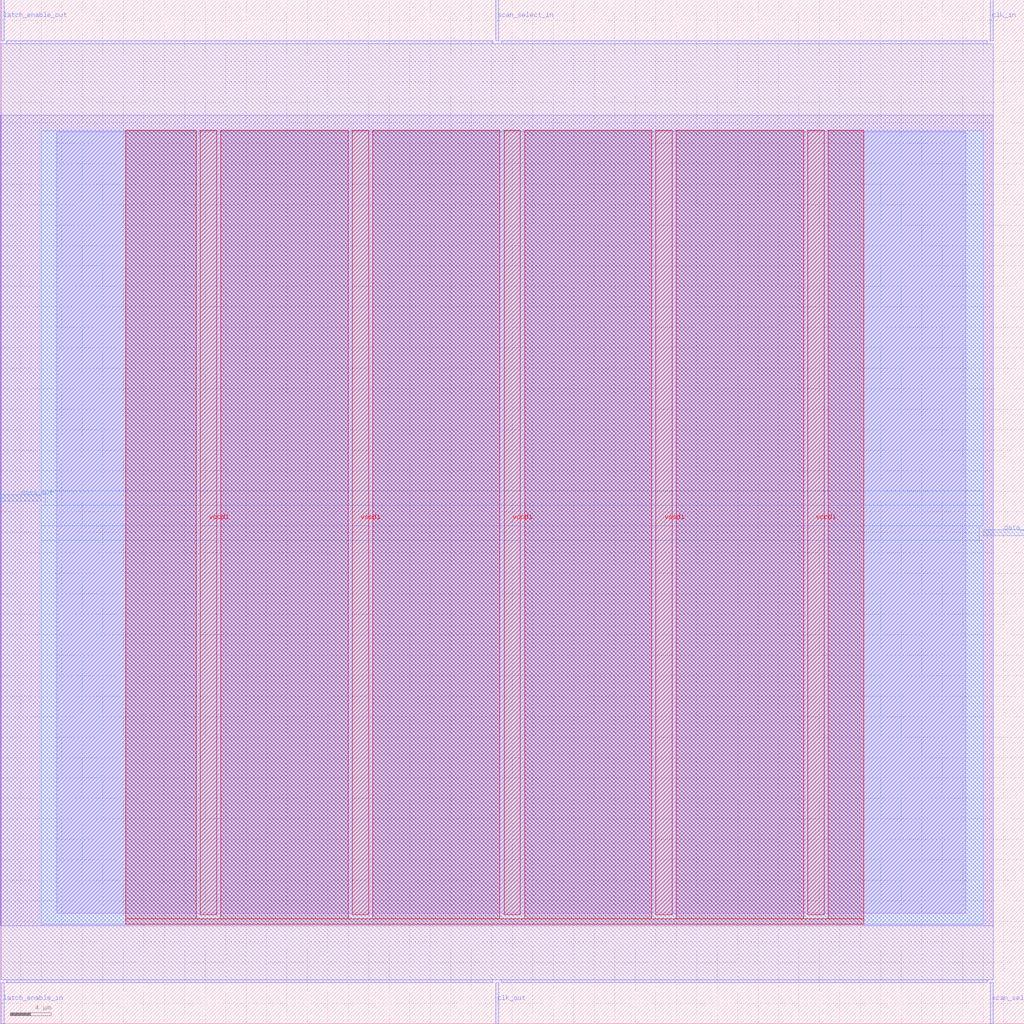
<source format=lef>
VERSION 5.7 ;
  NOWIREEXTENSIONATPIN ON ;
  DIVIDERCHAR "/" ;
  BUSBITCHARS "[]" ;
MACRO scan_wrapper_341476989274686036
  CLASS BLOCK ;
  FOREIGN scan_wrapper_341476989274686036 ;
  ORIGIN 0.000 0.000 ;
  SIZE 100.000 BY 100.000 ;
  PIN clk_in
    DIRECTION INPUT ;
    USE SIGNAL ;
    PORT
      LAYER met2 ;
        RECT 96.690 96.000 96.970 100.000 ;
    END
  END clk_in
  PIN clk_out
    DIRECTION OUTPUT TRISTATE ;
    USE SIGNAL ;
    PORT
      LAYER met2 ;
        RECT 48.390 0.000 48.670 4.000 ;
    END
  END clk_out
  PIN data_in
    DIRECTION INPUT ;
    USE SIGNAL ;
    PORT
      LAYER met3 ;
        RECT 96.000 47.640 100.000 48.240 ;
    END
  END data_in
  PIN data_out
    DIRECTION OUTPUT TRISTATE ;
    USE SIGNAL ;
    PORT
      LAYER met3 ;
        RECT 0.000 51.040 4.000 51.640 ;
    END
  END data_out
  PIN latch_enable_in
    DIRECTION INPUT ;
    USE SIGNAL ;
    PORT
      LAYER met2 ;
        RECT 0.090 0.000 0.370 4.000 ;
    END
  END latch_enable_in
  PIN latch_enable_out
    DIRECTION OUTPUT TRISTATE ;
    USE SIGNAL ;
    PORT
      LAYER met2 ;
        RECT 0.090 96.000 0.370 100.000 ;
    END
  END latch_enable_out
  PIN scan_select_in
    DIRECTION INPUT ;
    USE SIGNAL ;
    PORT
      LAYER met2 ;
        RECT 48.390 96.000 48.670 100.000 ;
    END
  END scan_select_in
  PIN scan_select_out
    DIRECTION OUTPUT TRISTATE ;
    USE SIGNAL ;
    PORT
      LAYER met2 ;
        RECT 96.690 0.000 96.970 4.000 ;
    END
  END scan_select_out
  PIN vccd1
    DIRECTION INPUT ;
    USE POWER ;
    PORT
      LAYER met4 ;
        RECT 19.550 10.640 21.150 87.280 ;
    END
    PORT
      LAYER met4 ;
        RECT 49.200 10.640 50.800 87.280 ;
    END
    PORT
      LAYER met4 ;
        RECT 78.855 10.640 80.455 87.280 ;
    END
  END vccd1
  PIN vssd1
    DIRECTION INPUT ;
    USE GROUND ;
    PORT
      LAYER met4 ;
        RECT 34.370 10.640 35.970 87.280 ;
    END
    PORT
      LAYER met4 ;
        RECT 64.025 10.640 65.625 87.280 ;
    END
  END vssd1
  OBS
      LAYER li1 ;
        RECT 5.520 10.795 94.300 87.125 ;
      LAYER met1 ;
        RECT 0.070 9.560 96.990 88.700 ;
      LAYER met2 ;
        RECT 0.650 95.720 48.110 96.000 ;
        RECT 48.950 95.720 96.410 96.000 ;
        RECT 0.100 4.280 96.960 95.720 ;
        RECT 0.650 4.000 48.110 4.280 ;
        RECT 48.950 4.000 96.410 4.280 ;
      LAYER met3 ;
        RECT 4.000 52.040 96.000 87.205 ;
        RECT 4.400 50.640 96.000 52.040 ;
        RECT 4.000 48.640 96.000 50.640 ;
        RECT 4.000 47.240 95.600 48.640 ;
        RECT 4.000 9.695 96.000 47.240 ;
      LAYER met4 ;
        RECT 12.255 10.240 19.150 87.280 ;
        RECT 21.550 10.240 33.970 87.280 ;
        RECT 36.370 10.240 48.800 87.280 ;
        RECT 51.200 10.240 63.625 87.280 ;
        RECT 66.025 10.240 78.455 87.280 ;
        RECT 80.855 10.240 84.345 87.280 ;
        RECT 12.255 9.695 84.345 10.240 ;
  END
END scan_wrapper_341476989274686036
END LIBRARY


</source>
